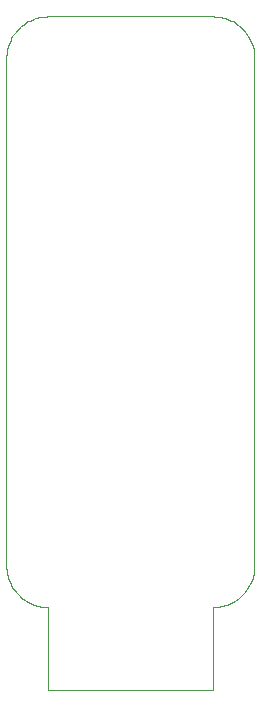
<source format=gm1>
G04 #@! TF.GenerationSoftware,KiCad,Pcbnew,7.0.10*
G04 #@! TF.CreationDate,2024-06-27T11:43:54+02:00*
G04 #@! TF.ProjectId,Traffic LED Riser,54726166-6669-4632-904c-454420526973,rev?*
G04 #@! TF.SameCoordinates,Original*
G04 #@! TF.FileFunction,Profile,NP*
%FSLAX46Y46*%
G04 Gerber Fmt 4.6, Leading zero omitted, Abs format (unit mm)*
G04 Created by KiCad (PCBNEW 7.0.10) date 2024-06-27 11:43:54*
%MOMM*%
%LPD*%
G01*
G04 APERTURE LIST*
G04 #@! TA.AperFunction,Profile*
%ADD10C,0.034872*%
G04 #@! TD*
G04 APERTURE END LIST*
D10*
X100022234Y-118537361D02*
X100017676Y-118357392D01*
X100035760Y-118714981D02*
X100022234Y-118537361D01*
X100058034Y-118890034D02*
X100035760Y-118714981D01*
X100088836Y-119062296D02*
X100058034Y-118890034D01*
X100127945Y-119231549D02*
X100088836Y-119062296D01*
X100175139Y-119397571D02*
X100127945Y-119231549D01*
X100230200Y-119560142D02*
X100175139Y-119397571D01*
X100292905Y-119719040D02*
X100230200Y-119560142D01*
X100363035Y-119874045D02*
X100292905Y-119719040D01*
X100440368Y-120024937D02*
X100363035Y-119874045D01*
X100524685Y-120171495D02*
X100440368Y-120024937D01*
X100615764Y-120313497D02*
X100524685Y-120171495D01*
X100713385Y-120450724D02*
X100615764Y-120313497D01*
X100817328Y-120582955D02*
X100713385Y-120450724D01*
X100927371Y-120709969D02*
X100817328Y-120582955D01*
X101043295Y-120831545D02*
X100927371Y-120709969D01*
X101164878Y-120947462D02*
X101043295Y-120831545D01*
X101291900Y-121057500D02*
X101164878Y-120947462D01*
X101424141Y-121161439D02*
X101291900Y-121057500D01*
X101561380Y-121259057D02*
X101424141Y-121161439D01*
X101703395Y-121350134D02*
X101561380Y-121259057D01*
X101849968Y-121434449D02*
X101703395Y-121350134D01*
X102000876Y-121511781D02*
X101849968Y-121434449D01*
X102155900Y-121581911D02*
X102000876Y-121511781D01*
X102314819Y-121644616D02*
X102155900Y-121581911D01*
X102477411Y-121699676D02*
X102314819Y-121644616D01*
X102643458Y-121746871D02*
X102477411Y-121699676D01*
X102812738Y-121785981D02*
X102643458Y-121746871D01*
X102985030Y-121816783D02*
X102812738Y-121785981D01*
X103160114Y-121839058D02*
X102985030Y-121816783D01*
X103337769Y-121852585D02*
X103160114Y-121839058D01*
X103517775Y-121857143D02*
X103337769Y-121852585D01*
X103517775Y-128876508D02*
X103517775Y-121857143D01*
X117517684Y-128876508D02*
X103517775Y-128876508D01*
X117517684Y-121857143D02*
X117517684Y-128876508D01*
X117697682Y-121852585D02*
X117517684Y-121857143D01*
X117875330Y-121839058D02*
X117697682Y-121852585D01*
X118050406Y-121816783D02*
X117875330Y-121839058D01*
X118222691Y-121785981D02*
X118050406Y-121816783D01*
X118391964Y-121746871D02*
X118222691Y-121785981D01*
X118558004Y-121699676D02*
X118391964Y-121746871D01*
X118720590Y-121644616D02*
X118558004Y-121699676D01*
X118879503Y-121581911D02*
X118720590Y-121644616D01*
X119034521Y-121511781D02*
X118879503Y-121581911D01*
X119185424Y-121434449D02*
X119034521Y-121511781D01*
X119331992Y-121350134D02*
X119185424Y-121434449D01*
X119474002Y-121259057D02*
X119331992Y-121350134D01*
X119611236Y-121161439D02*
X119474002Y-121259057D01*
X119743473Y-121057500D02*
X119611236Y-121161439D01*
X119870491Y-120947462D02*
X119743473Y-121057500D01*
X119992070Y-120831545D02*
X119870491Y-120947462D01*
X120107991Y-120709969D02*
X119992070Y-120831545D01*
X120218031Y-120582955D02*
X120107991Y-120709969D01*
X120321970Y-120450724D02*
X120218031Y-120582955D01*
X120419589Y-120313497D02*
X120321970Y-120450724D01*
X120510665Y-120171495D02*
X120419589Y-120313497D01*
X120594980Y-120024937D02*
X120510665Y-120171495D01*
X120672311Y-119874045D02*
X120594980Y-120024937D01*
X120742439Y-119719040D02*
X120672311Y-119874045D01*
X120805143Y-119560142D02*
X120742439Y-119719040D01*
X120860201Y-119397571D02*
X120805143Y-119560142D01*
X120907395Y-119231549D02*
X120860201Y-119397571D01*
X120946503Y-119062296D02*
X120907395Y-119231549D01*
X120977304Y-118890034D02*
X120946503Y-119062296D01*
X120999577Y-118714981D02*
X120977304Y-118890034D01*
X121013103Y-118537361D02*
X120999577Y-118714981D01*
X121017661Y-118357392D02*
X121013103Y-118537361D01*
X121017661Y-75357376D02*
X121017661Y-118357392D01*
X121013103Y-75177367D02*
X121017661Y-75357376D01*
X120999577Y-74999709D02*
X121013103Y-75177367D01*
X120977304Y-74824622D02*
X120999577Y-74999709D01*
X120946503Y-74652327D02*
X120977304Y-74824622D01*
X120907395Y-74483044D02*
X120946503Y-74652327D01*
X120860201Y-74316994D02*
X120907395Y-74483044D01*
X120805143Y-74154397D02*
X120860201Y-74316994D01*
X120742439Y-73995475D02*
X120805143Y-74154397D01*
X120672311Y-73840447D02*
X120742439Y-73995475D01*
X120594980Y-73689535D02*
X120672311Y-73840447D01*
X120510665Y-73542959D02*
X120594980Y-73689535D01*
X120419589Y-73400939D02*
X120510665Y-73542959D01*
X120321970Y-73263696D02*
X120419589Y-73400939D01*
X120218031Y-73131452D02*
X120321970Y-73263696D01*
X120107991Y-73004425D02*
X120218031Y-73131452D01*
X119992070Y-72882838D02*
X120107991Y-73004425D01*
X119870491Y-72766911D02*
X119992070Y-72882838D01*
X119743473Y-72656864D02*
X119870491Y-72766911D01*
X119611236Y-72552917D02*
X119743473Y-72656864D01*
X119474002Y-72455293D02*
X119611236Y-72552917D01*
X119331992Y-72364210D02*
X119474002Y-72455293D01*
X119185424Y-72279890D02*
X119331992Y-72364210D01*
X119034521Y-72202554D02*
X119185424Y-72279890D01*
X118879503Y-72132422D02*
X119034521Y-72202554D01*
X118720590Y-72069714D02*
X118879503Y-72132422D01*
X118558004Y-72014651D02*
X118720590Y-72069714D01*
X118391964Y-71967455D02*
X118558004Y-72014651D01*
X118222691Y-71928345D02*
X118391964Y-71967455D01*
X118050406Y-71897542D02*
X118222691Y-71928345D01*
X117875330Y-71875266D02*
X118050406Y-71897542D01*
X117697682Y-71861739D02*
X117875330Y-71875266D01*
X117517684Y-71857181D02*
X117697682Y-71861739D01*
X103517775Y-71857181D02*
X117517684Y-71857181D01*
X103337769Y-71861739D02*
X103517775Y-71857181D01*
X103160114Y-71875266D02*
X103337769Y-71861739D01*
X102985030Y-71897542D02*
X103160114Y-71875266D01*
X102812738Y-71928345D02*
X102985030Y-71897542D01*
X102643458Y-71967455D02*
X102812738Y-71928345D01*
X102477411Y-72014651D02*
X102643458Y-71967455D01*
X102314819Y-72069714D02*
X102477411Y-72014651D01*
X102155900Y-72132422D02*
X102314819Y-72069714D01*
X102000876Y-72202554D02*
X102155900Y-72132422D01*
X101849968Y-72279890D02*
X102000876Y-72202554D01*
X101703395Y-72364210D02*
X101849968Y-72279890D01*
X101561380Y-72455293D02*
X101703395Y-72364210D01*
X101424141Y-72552917D02*
X101561380Y-72455293D01*
X101291900Y-72656864D02*
X101424141Y-72552917D01*
X101164878Y-72766911D02*
X101291900Y-72656864D01*
X101043295Y-72882838D02*
X101164878Y-72766911D01*
X100927371Y-73004425D02*
X101043295Y-72882838D01*
X100817328Y-73131452D02*
X100927371Y-73004425D01*
X100713385Y-73263696D02*
X100817328Y-73131452D01*
X100615764Y-73400939D02*
X100713385Y-73263696D01*
X100524685Y-73542959D02*
X100615764Y-73400939D01*
X100440368Y-73689535D02*
X100524685Y-73542959D01*
X100363035Y-73840447D02*
X100440368Y-73689535D01*
X100292905Y-73995475D02*
X100363035Y-73840447D01*
X100230200Y-74154397D02*
X100292905Y-73995475D01*
X100175139Y-74316994D02*
X100230200Y-74154397D01*
X100127945Y-74483044D02*
X100175139Y-74316994D01*
X100088836Y-74652327D02*
X100127945Y-74483044D01*
X100058034Y-74824622D02*
X100088836Y-74652327D01*
X100035760Y-74999709D02*
X100058034Y-74824622D01*
X100022234Y-75177367D02*
X100035760Y-74999709D01*
X100017676Y-75357376D02*
X100022234Y-75177367D01*
X100017676Y-118357392D02*
X100017676Y-75357376D01*
M02*

</source>
